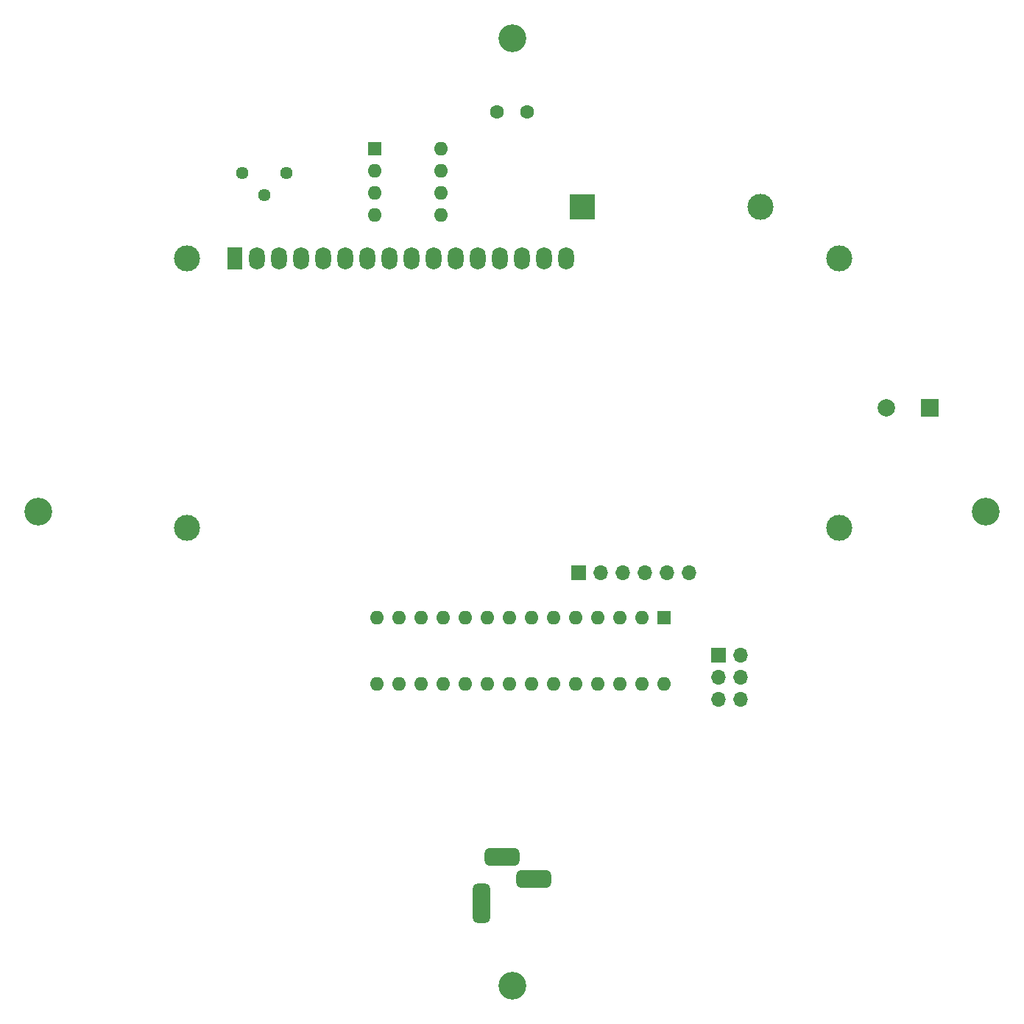
<source format=gbr>
%TF.GenerationSoftware,KiCad,Pcbnew,(6.0.5)*%
%TF.CreationDate,2022-07-18T04:00:38-05:00*%
%TF.ProjectId,First Round Clock,46697273-7420-4526-9f75-6e6420436c6f,rev?*%
%TF.SameCoordinates,PX3dc4fd0PYa381e90*%
%TF.FileFunction,Soldermask,Bot*%
%TF.FilePolarity,Negative*%
%FSLAX46Y46*%
G04 Gerber Fmt 4.6, Leading zero omitted, Abs format (unit mm)*
G04 Created by KiCad (PCBNEW (6.0.5)) date 2022-07-18 04:00:38*
%MOMM*%
%LPD*%
G01*
G04 APERTURE LIST*
G04 Aperture macros list*
%AMRoundRect*
0 Rectangle with rounded corners*
0 $1 Rounding radius*
0 $2 $3 $4 $5 $6 $7 $8 $9 X,Y pos of 4 corners*
0 Add a 4 corners polygon primitive as box body*
4,1,4,$2,$3,$4,$5,$6,$7,$8,$9,$2,$3,0*
0 Add four circle primitives for the rounded corners*
1,1,$1+$1,$2,$3*
1,1,$1+$1,$4,$5*
1,1,$1+$1,$6,$7*
1,1,$1+$1,$8,$9*
0 Add four rect primitives between the rounded corners*
20,1,$1+$1,$2,$3,$4,$5,0*
20,1,$1+$1,$4,$5,$6,$7,0*
20,1,$1+$1,$6,$7,$8,$9,0*
20,1,$1+$1,$8,$9,$2,$3,0*%
G04 Aperture macros list end*
%ADD10C,3.200000*%
%ADD11C,1.600000*%
%ADD12O,1.700000X1.700000*%
%ADD13R,1.700000X1.700000*%
%ADD14R,1.600000X1.600000*%
%ADD15O,1.600000X1.600000*%
%ADD16C,3.000000*%
%ADD17O,1.800000X2.600000*%
%ADD18R,1.800000X2.600000*%
%ADD19RoundRect,0.500000X-0.500000X1.750000X-0.500000X-1.750000X0.500000X-1.750000X0.500000X1.750000X0*%
%ADD20RoundRect,0.500000X-1.500000X-0.500000X1.500000X-0.500000X1.500000X0.500000X-1.500000X0.500000X0*%
%ADD21C,2.000000*%
%ADD22R,2.000000X2.000000*%
%ADD23R,3.000000X3.000000*%
%ADD24C,1.440000*%
G04 APERTURE END LIST*
D10*
%TO.C,H4*%
X30730000Y71450000D03*
%TD*%
D11*
%TO.C,R9*%
X83505000Y117450000D03*
X86905000Y117450000D03*
%TD*%
D10*
%TO.C,H3*%
X139730000Y71450000D03*
%TD*%
D12*
%TO.C,J2*%
X105580000Y64450000D03*
X103040000Y64450000D03*
X100500000Y64450000D03*
X97960000Y64450000D03*
X95420000Y64450000D03*
D13*
X92880000Y64450000D03*
%TD*%
D10*
%TO.C,H2*%
X85230000Y16950000D03*
%TD*%
D14*
%TO.C,U3*%
X69430000Y113250000D03*
D15*
X69430000Y110710000D03*
X69430000Y108170000D03*
X69430000Y105630000D03*
X77050000Y105630000D03*
X77050000Y108170000D03*
X77050000Y110710000D03*
X77050000Y113250000D03*
%TD*%
D10*
%TO.C,H1*%
X85230000Y125950000D03*
%TD*%
D13*
%TO.C,J3*%
X108955000Y54975000D03*
D12*
X111495000Y54975000D03*
X108955000Y52435000D03*
X111495000Y52435000D03*
X108955000Y49895000D03*
X111495000Y49895000D03*
%TD*%
D16*
%TO.C,DS1*%
X122869400Y100625300D03*
X122868880Y69624600D03*
X47870300Y69624600D03*
X47870300Y100625300D03*
D17*
X91469400Y100625300D03*
X88929400Y100625300D03*
X86389400Y100625300D03*
X83849400Y100625300D03*
X81309400Y100625300D03*
X78769400Y100625300D03*
X76229400Y100625300D03*
X73689400Y100625300D03*
X71149400Y100625300D03*
X68609400Y100625300D03*
X66069400Y100625300D03*
X63529400Y100625300D03*
X60989400Y100625300D03*
X58449400Y100625300D03*
X55909400Y100625300D03*
D18*
X53369400Y100625300D03*
%TD*%
D14*
%TO.C,U2*%
X102730000Y59250000D03*
D15*
X100190000Y59250000D03*
X97650000Y59250000D03*
X95110000Y59250000D03*
X92570000Y59250000D03*
X90030000Y59250000D03*
X87490000Y59250000D03*
X84950000Y59250000D03*
X82410000Y59250000D03*
X79870000Y59250000D03*
X77330000Y59250000D03*
X74790000Y59250000D03*
X72250000Y59250000D03*
X69710000Y59250000D03*
X69710000Y51630000D03*
X72250000Y51630000D03*
X74790000Y51630000D03*
X77330000Y51630000D03*
X79870000Y51630000D03*
X82410000Y51630000D03*
X84950000Y51630000D03*
X87490000Y51630000D03*
X90030000Y51630000D03*
X92570000Y51630000D03*
X95110000Y51630000D03*
X97650000Y51630000D03*
X100190000Y51630000D03*
X102730000Y51630000D03*
%TD*%
D19*
%TO.C,J1*%
X81730000Y26450000D03*
D20*
X84030000Y31750000D03*
X87730000Y29250000D03*
%TD*%
D21*
%TO.C,BZ1*%
X128230000Y83450000D03*
D22*
X133230000Y83450000D03*
%TD*%
D23*
%TO.C,BT1*%
X93288314Y106553000D03*
D16*
X113778314Y106553000D03*
%TD*%
D24*
%TO.C,RV1*%
X59230000Y110450000D03*
X56690000Y107910000D03*
X54150000Y110450000D03*
%TD*%
M02*

</source>
